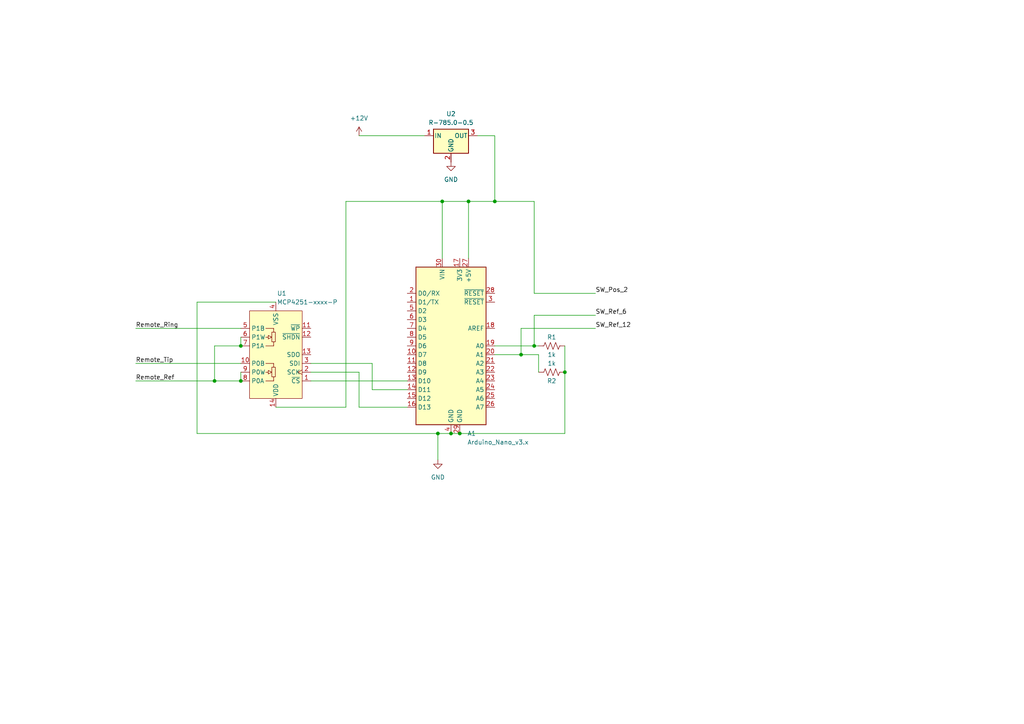
<source format=kicad_sch>
(kicad_sch (version 20230121) (generator eeschema)
  (paper "A4")
  (lib_symbols
    (symbol "Device:R_US" (pin_numbers hide) (pin_names (offset 0))
      (property "Reference" "R" (at 2.54 0 90))
      (property "Value" "R_US" (at -2.54 0 90))
      (symbol "R_US_0_1"
        (polyline (pts (xy 0 -2.286) (xy 0 -2.54)))
        (polyline (pts (xy 0 2.286) (xy 0 2.54)))
        (polyline (pts (xy 0 -0.762) (xy 1.016 -1.143) (xy 0 -1.524) (xy -1.016 -1.905) (xy 0 -2.286)))
        (polyline (pts (xy 0 0.762) (xy 1.016 0.381) (xy 0 0) (xy -1.016 -0.381) (xy 0 -0.762)))
        (polyline (pts (xy 0 2.286) (xy 1.016 1.905) (xy 0 1.524) (xy -1.016 1.143) (xy 0 0.762)))
      )
      (symbol "R_US_1_1"
        (pin passive line (at 0 3.81 270) (length 1.27) (name "~") (number "1"))
        (pin passive line (at 0 -3.81 90) (length 1.27) (name "~") (number "2"))
      )
    )
    (symbol "MCU_Module:Arduino_Nano_v3.x"
      (property "Reference" "A" (at -10.16 23.495 0))
      (property "Value" "Arduino_Nano_v3.x" (at 5.08 -24.13 0))
      (symbol "Arduino_Nano_v3.x_0_1"
        (rectangle (start -10.16 22.86) (end 10.16 -22.86) (stroke (width 0.254)) (fill (type background)))
      )
      (symbol "Arduino_Nano_v3.x_1_1"
        (pin bidirectional line (at -12.7 12.7 0) (length 2.54) (name "D1/TX") (number "1"))
        (pin bidirectional line (at -12.7 -2.54 0) (length 2.54) (name "D7") (number "10"))
        (pin bidirectional line (at -12.7 -5.08 0) (length 2.54) (name "D8") (number "11"))
        (pin bidirectional line (at -12.7 -7.62 0) (length 2.54) (name "D9") (number "12"))
        (pin bidirectional line (at -12.7 -10.16 0) (length 2.54) (name "D10") (number "13"))
        (pin bidirectional line (at -12.7 -12.7 0) (length 2.54) (name "D11") (number "14"))
        (pin bidirectional line (at -12.7 -15.24 0) (length 2.54) (name "D12") (number "15"))
        (pin bidirectional line (at -12.7 -17.78 0) (length 2.54) (name "D13") (number "16"))
        (pin power_out line (at 2.54 25.4 270) (length 2.54) (name "3V3") (number "17"))
        (pin input line (at 12.7 5.08 180) (length 2.54) (name "AREF") (number "18"))
        (pin bidirectional line (at 12.7 0 180) (length 2.54) (name "A0") (number "19"))
        (pin bidirectional line (at -12.7 15.24 0) (length 2.54) (name "D0/RX") (number "2"))
        (pin bidirectional line (at 12.7 -2.54 180) (length 2.54) (name "A1") (number "20"))
        (pin bidirectional line (at 12.7 -5.08 180) (length 2.54) (name "A2") (number "21"))
        (pin bidirectional line (at 12.7 -7.62 180) (length 2.54) (name "A3") (number "22"))
        (pin bidirectional line (at 12.7 -10.16 180) (length 2.54) (name "A4") (number "23"))
        (pin bidirectional line (at 12.7 -12.7 180) (length 2.54) (name "A5") (number "24"))
        (pin bidirectional line (at 12.7 -15.24 180) (length 2.54) (name "A6") (number "25"))
        (pin bidirectional line (at 12.7 -17.78 180) (length 2.54) (name "A7") (number "26"))
        (pin power_out line (at 5.08 25.4 270) (length 2.54) (name "+5V") (number "27"))
        (pin input line (at 12.7 15.24 180) (length 2.54) (name "~{RESET}") (number "28"))
        (pin power_in line (at 2.54 -25.4 90) (length 2.54) (name "GND") (number "29"))
        (pin input line (at 12.7 12.7 180) (length 2.54) (name "~{RESET}") (number "3"))
        (pin power_in line (at -2.54 25.4 270) (length 2.54) (name "VIN") (number "30"))
        (pin power_in line (at 0 -25.4 90) (length 2.54) (name "GND") (number "4"))
        (pin bidirectional line (at -12.7 10.16 0) (length 2.54) (name "D2") (number "5"))
        (pin bidirectional line (at -12.7 7.62 0) (length 2.54) (name "D3") (number "6"))
        (pin bidirectional line (at -12.7 5.08 0) (length 2.54) (name "D4") (number "7"))
        (pin bidirectional line (at -12.7 2.54 0) (length 2.54) (name "D5") (number "8"))
        (pin bidirectional line (at -12.7 0 0) (length 2.54) (name "D6") (number "9"))
      )
    )
    (symbol "Potentiometer_Digital:MCP4251-xxxx-P"
      (property "Reference" "U" (at -0.508 18.288 0))
      (property "Value" "MCP4251-xxxx-P" (at -0.508 20.32 0))
      (symbol "MCP4251-xxxx-P_0_1"
        (polyline (pts (xy 0 12.7) (xy 7.62 12.7) (xy 7.62 0) (xy 7.62 -12.7) (xy -7.62 -12.7) (xy -7.62 12.7) (xy 0 12.7)) (fill (type background)))
      )
      (symbol "MCP4251-xxxx-P_1_1"
        (polyline (pts (xy 0.635 -7.366) (xy 0.635 -6.5278)))
        (polyline (pts (xy 0.635 -2.7686) (xy 0.635 -3.7084)))
        (polyline (pts (xy 0.635 2.794) (xy 0.635 3.6322)))
        (polyline (pts (xy 0.635 7.3914) (xy 0.635 6.4516)))
        (polyline (pts (xy 2.2098 -5.0546) (xy 2.921 -5.0546)))
        (polyline (pts (xy 2.2098 5.1054) (xy 2.921 5.1054)))
        (polyline (pts (xy 0.635 -7.62) (xy 0.635 -7.366) (xy 0.635 -7.366)) (fill (type background)))
        (polyline (pts (xy 0.635 -7.62) (xy 2.921 -7.62) (xy 2.921 -7.62)) (fill (type background)))
        (polyline (pts (xy 0.635 -2.54) (xy 0.635 -2.794) (xy 0.635 -2.794)))
        (polyline (pts (xy 0.635 -2.54) (xy 2.921 -2.54) (xy 2.921 -2.54)) (fill (type background)))
        (polyline (pts (xy 0.635 2.54) (xy 0.635 2.794) (xy 0.635 2.794)) (fill (type background)))
        (polyline (pts (xy 0.635 2.54) (xy 2.921 2.54) (xy 2.921 2.54)) (fill (type background)))
        (polyline (pts (xy 0.635 7.62) (xy 0.635 7.366) (xy 0.635 7.366)))
        (polyline (pts (xy 0.635 7.62) (xy 2.921 7.62) (xy 2.921 7.62)) (fill (type background)))
        (polyline (pts (xy 2.2098 -4.572) (xy 2.2098 -5.588) (xy 1.1938 -5.08) (xy 2.2098 -4.572) (xy 2.2098 -4.572)) (fill (type background)))
        (polyline (pts (xy 2.2098 5.588) (xy 2.2098 4.572) (xy 1.1938 5.08) (xy 2.2098 5.588) (xy 2.2098 5.588)) (fill (type background)))
        (rectangle (start 0.1524 -3.7338) (end 1.1684 -6.5278))
        (rectangle (start 0.1524 6.4262) (end 1.1684 3.6322))
        (pin input line (at -10.16 7.62 0) (length 2.54) (name "~{CS}") (number "1"))
        (pin passive line (at 10.16 2.54 180) (length 2.54) (name "P0B") (number "10"))
        (pin input line (at -10.16 -7.62 0) (length 2.54) (name "~{WP}") (number "11"))
        (pin input line (at -10.16 -5.08 0) (length 2.54) (name "~{SHDN}") (number "12"))
        (pin output line (at -10.16 0 0) (length 2.54) (name "SDO") (number "13"))
        (pin power_in line (at 0 15.24 270) (length 2.54) (name "VDD") (number "14"))
        (pin input clock (at -10.16 5.08 0) (length 2.54) (name "SCK") (number "2"))
        (pin input line (at -10.16 2.54 0) (length 2.54) (name "SDI") (number "3"))
        (pin power_in line (at 0 -15.24 90) (length 2.54) (name "VSS") (number "4"))
        (pin passive line (at 10.16 -7.62 180) (length 2.54) (name "P1B") (number "5"))
        (pin passive line (at 10.16 -5.08 180) (length 2.54) (name "P1W") (number "6"))
        (pin passive line (at 10.16 -2.54 180) (length 2.54) (name "P1A") (number "7"))
        (pin passive line (at 10.16 7.62 180) (length 2.54) (name "P0A") (number "8"))
        (pin passive line (at 10.16 5.08 180) (length 2.54) (name "P0W") (number "9"))
      )
    )
    (symbol "Regulator_Switching:R-785.0-0.5" (pin_names (offset 0.254))
      (property "Reference" "U" (at -3.81 3.175 0))
      (property "Value" "R-785.0-0.5" (at 0 3.175 0))
      (symbol "R-785.0-0.5_0_1"
        (rectangle (start -5.08 1.905) (end 5.08 -5.08) (stroke (width 0.254)) (fill (type background)))
      )
      (symbol "R-785.0-0.5_1_1"
        (pin power_in line (at -7.62 0 0) (length 2.54) (name "IN") (number "1"))
        (pin power_in line (at 0 -7.62 90) (length 2.54) (name "GND") (number "2"))
        (pin power_out line (at 7.62 0 180) (length 2.54) (name "OUT") (number "3"))
      )
    )
    (symbol "power:+12V" (power) (pin_names (offset 0))
      (property "Value" "+12V" (at 0 3.556 0))
      (symbol "+12V_0_1"
        (polyline (pts (xy -0.762 1.27) (xy 0 2.54)))
        (polyline (pts (xy 0 0) (xy 0 2.54)))
        (polyline (pts (xy 0 2.54) (xy 0.762 1.27)))
      )
      (symbol "+12V_1_1"
        (pin power_in line (at 0 0 90) (length 0) hide (name "+12V") (number "1"))
      )
    )
    (symbol "power:GND" (power) (pin_names (offset 0))
      (property "Value" "GND" (at 0 -3.81 0))
      (symbol "GND_0_1"
        (polyline (pts (xy 0 0) (xy 0 -1.27) (xy 1.27 -1.27) (xy 0 -2.54) (xy -1.27 -1.27) (xy 0 -1.27)))
      )
      (symbol "GND_1_1"
        (pin power_in line (at 0 0 270) (length 0) hide (name "GND") (number "1"))
      )
    )
  )
  (junction (at 135.89 58.42))
  (junction (at 62.23 110.49))
  (junction (at 128.27 58.42))
  (junction (at 69.85 110.49))
  (junction (at 143.51 58.42))
  (junction (at 133.35 125.73))
  (junction (at 151.13 102.87))
  (junction (at 69.85 100.33))
  (junction (at 127 125.73))
  (junction (at 130.81 125.73))
  (junction (at 154.94 100.33))
  (junction (at 163.83 107.95))
  (wire (pts (xy 57.15 125.73) (xy 127 125.73)))
  (wire (pts (xy 90.17 107.95) (xy 104.14 107.95)))
  (wire (pts (xy 151.13 102.87) (xy 151.13 95.25)))
  (wire (pts (xy 154.94 100.33) (xy 143.51 100.33)))
  (wire (pts (xy 62.23 110.49) (xy 69.85 110.49)))
  (wire (pts (xy 163.83 100.33) (xy 163.83 107.95)))
  (wire (pts (xy 154.94 91.44) (xy 172.72 91.44)))
  (wire (pts (xy 104.14 118.11) (xy 118.11 118.11)))
  (wire (pts (xy 143.51 39.37) (xy 138.43 39.37)))
  (wire (pts (xy 104.14 39.37) (xy 123.19 39.37)))
  (wire (pts (xy 127 133.35) (xy 127 125.73)))
  (wire (pts (xy 151.13 95.25) (xy 172.72 95.25)))
  (wire (pts (xy 80.01 87.63) (xy 57.15 87.63)))
  (wire (pts (xy 39.37 105.41) (xy 69.85 105.41)))
  (wire (pts (xy 127 125.73) (xy 130.81 125.73)))
  (wire (pts (xy 154.94 58.42) (xy 154.94 85.09)))
  (wire (pts (xy 69.85 107.95) (xy 69.85 110.49)))
  (wire (pts (xy 62.23 100.33) (xy 62.23 110.49)))
  (wire (pts (xy 151.13 102.87) (xy 143.51 102.87)))
  (wire (pts (xy 156.21 107.95) (xy 156.21 102.87)))
  (wire (pts (xy 154.94 85.09) (xy 172.72 85.09)))
  (wire (pts (xy 39.37 110.49) (xy 62.23 110.49)))
  (wire (pts (xy 100.33 118.11) (xy 100.33 58.42)))
  (wire (pts (xy 163.83 125.73) (xy 133.35 125.73)))
  (wire (pts (xy 135.89 58.42) (xy 135.89 74.93)))
  (wire (pts (xy 154.94 100.33) (xy 154.94 91.44)))
  (wire (pts (xy 128.27 58.42) (xy 135.89 58.42)))
  (wire (pts (xy 156.21 100.33) (xy 154.94 100.33)))
  (wire (pts (xy 80.01 118.11) (xy 100.33 118.11)))
  (wire (pts (xy 69.85 97.79) (xy 69.85 100.33)))
  (wire (pts (xy 57.15 87.63) (xy 57.15 125.73)))
  (wire (pts (xy 107.95 105.41) (xy 107.95 113.03)))
  (wire (pts (xy 90.17 105.41) (xy 107.95 105.41)))
  (wire (pts (xy 143.51 58.42) (xy 154.94 58.42)))
  (wire (pts (xy 128.27 74.93) (xy 128.27 58.42)))
  (wire (pts (xy 104.14 107.95) (xy 104.14 118.11)))
  (wire (pts (xy 163.83 107.95) (xy 163.83 125.73)))
  (wire (pts (xy 39.37 95.25) (xy 69.85 95.25)))
  (wire (pts (xy 143.51 58.42) (xy 143.51 39.37)))
  (wire (pts (xy 62.23 100.33) (xy 69.85 100.33)))
  (wire (pts (xy 100.33 58.42) (xy 128.27 58.42)))
  (wire (pts (xy 130.81 125.73) (xy 133.35 125.73)))
  (wire (pts (xy 107.95 113.03) (xy 118.11 113.03)))
  (wire (pts (xy 90.17 110.49) (xy 118.11 110.49)))
  (wire (pts (xy 135.89 58.42) (xy 143.51 58.42)))
  (wire (pts (xy 156.21 102.87) (xy 151.13 102.87)))
  (label "Remote_Ring" (at 39.37 95.25 0))
  (label "SW_Pos_2" (at 172.72 85.09 0))
  (label "Remote_Ref" (at 39.37 110.49 0))
  (label "SW_Ref_6" (at 172.72 91.44 0))
  (label "SW_Ref_12" (at 172.72 95.25 0))
  (label "Remote_Tip" (at 39.37 105.41 0))
  (symbol (lib_id "power:GND") (at 130.81 46.99 0) (unit 1)
    (property "Reference" "#PWR01" (effects hide))
    (property "Value" "GND" (at 130.81 52.07 0))
  )
  (symbol (lib_id "MCU_Module:Arduino_Nano_v3.x") (at 130.81 100.33 0) (unit 1)
    (property "Reference" "A1" (at 135.5441 125.73 0) (effects (justify left)))
    (property "Value" "Arduino_Nano_v3.x" (at 135.5441 128.27 0) (effects (justify left)))
    (property "Footprint" "Module:Arduino_Nano" (effects hide))
    (property "Datasheet" "http://www.mouser.com/pdfdocs/Gravitech_Arduino_Nano3_0.pdf" (effects hide))
  )
  (symbol (lib_id "power:GND") (at 127 133.35 0) (unit 1)
    (property "Reference" "#PWR02" (effects hide))
    (property "Value" "GND" (at 127 138.43 0))
  )
  (symbol (lib_id "Regulator_Switching:R-785.0-0.5") (at 130.81 39.37 0) (unit 1)
    (property "Reference" "U2" (at 130.81 33.02 0))
    (property "Value" "R-785.0-0.5" (at 130.81 35.56 0))
    (property "Footprint" "Converter_DCDC:Converter_DCDC_RECOM_R-78E-0.5_THT" (effects hide))
    (property "Datasheet" "https://www.recom-power.com/pdf/Innoline/R-78xx-0.5.pdf" (effects hide))
  )
  (symbol (lib_id "Potentiometer_Digital:MCP4251-xxxx-P") (at 80.01 102.87 180) (unit 1)
    (property "Reference" "U1" (at 80.3559 85.09 0) (effects (justify right)))
    (property "Value" "MCP4251-xxxx-P" (at 80.3559 87.63 0) (effects (justify right)))
    (property "Footprint" "Package_DIP:DIP-14_W7.62mm" (effects hide))
    (property "Datasheet" "http://ww1.microchip.com/downloads/en/devicedoc/22060b.pdf" (effects hide))
  )
  (symbol (lib_id "power:+12V") (at 104.14 39.37 0) (unit 1)
    (property "Reference" "#PWR04" (effects hide))
    (property "Value" "+12V" (at 104.14 34.29 0))
  )
  (symbol (lib_id "Device:R_US") (at 160.02 100.33 90) (unit 1)
    (property "Reference" "R1" (at 160.02 97.79 90))
    (property "Value" "1k" (at 160.02 102.87 90))
  )
  (symbol (lib_id "Device:R_US") (at 160.02 107.95 90) (unit 1)
    (property "Reference" "R2" (at 160.02 110.49 90))
    (property "Value" "1k" (at 160.02 105.41 90))
  )
)
</source>
